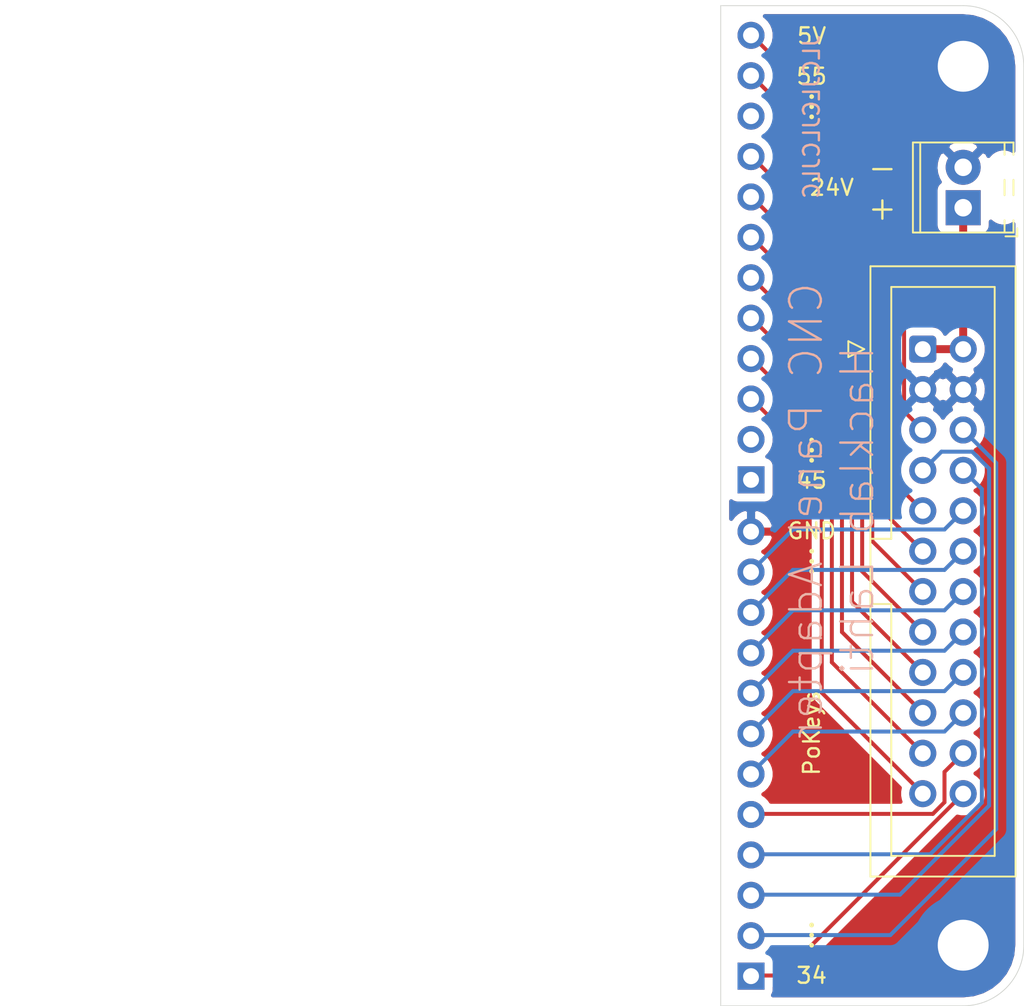
<source format=kicad_pcb>
(kicad_pcb (version 20171130) (host pcbnew 5.1.6)

  (general
    (thickness 1.6)
    (drawings 29)
    (tracks 67)
    (zones 0)
    (modules 7)
    (nets 26)
  )

  (page A4)
  (layers
    (0 F.Cu signal)
    (31 B.Cu signal)
    (32 B.Adhes user)
    (33 F.Adhes user)
    (34 B.Paste user)
    (35 F.Paste user)
    (36 B.SilkS user)
    (37 F.SilkS user)
    (38 B.Mask user)
    (39 F.Mask user)
    (40 Dwgs.User user)
    (41 Cmts.User user)
    (42 Eco1.User user)
    (43 Eco2.User user)
    (44 Edge.Cuts user)
    (45 Margin user)
    (46 B.CrtYd user)
    (47 F.CrtYd user)
    (48 B.Fab user hide)
    (49 F.Fab user)
  )

  (setup
    (last_trace_width 0.25)
    (user_trace_width 0.5)
    (trace_clearance 0.2)
    (zone_clearance 0.508)
    (zone_45_only no)
    (trace_min 0.2)
    (via_size 0.8)
    (via_drill 0.4)
    (via_min_size 0.4)
    (via_min_drill 0.3)
    (uvia_size 0.3)
    (uvia_drill 0.1)
    (uvias_allowed no)
    (uvia_min_size 0.2)
    (uvia_min_drill 0.1)
    (edge_width 0.05)
    (segment_width 0.2)
    (pcb_text_width 0.3)
    (pcb_text_size 1.5 1.5)
    (mod_edge_width 0.12)
    (mod_text_size 1 1)
    (mod_text_width 0.15)
    (pad_size 1.1 1.1)
    (pad_drill 1.1)
    (pad_to_mask_clearance 0.05)
    (aux_axis_origin 0 0)
    (visible_elements FFFFFF7F)
    (pcbplotparams
      (layerselection 0x010fc_ffffffff)
      (usegerberextensions false)
      (usegerberattributes true)
      (usegerberadvancedattributes true)
      (creategerberjobfile true)
      (excludeedgelayer true)
      (linewidth 0.100000)
      (plotframeref false)
      (viasonmask false)
      (mode 1)
      (useauxorigin false)
      (hpglpennumber 1)
      (hpglpenspeed 20)
      (hpglpendiameter 15.000000)
      (psnegative false)
      (psa4output false)
      (plotreference true)
      (plotvalue true)
      (plotinvisibletext false)
      (padsonsilk false)
      (subtractmaskfromsilk false)
      (outputformat 1)
      (mirror false)
      (drillshape 1)
      (scaleselection 1)
      (outputdirectory ""))
  )

  (net 0 "")
  (net 1 /R8)
  (net 2 /R7)
  (net 3 /R6)
  (net 4 /R5)
  (net 5 /R4)
  (net 6 /R3)
  (net 7 /R2)
  (net 8 /R1)
  (net 9 +5V)
  (net 10 /C8)
  (net 11 /BusClock)
  (net 12 /BusOut)
  (net 13 /BusLatch)
  (net 14 /C7)
  (net 15 /C6)
  (net 16 /C5)
  (net 17 /C4)
  (net 18 /C3)
  (net 19 /C2)
  (net 20 /C1)
  (net 21 GND)
  (net 22 +24V)
  (net 23 "Net-(J2-Pad10)")
  (net 24 "Net-(J2-Pad2)")
  (net 25 "Net-(J2-Pad1)")

  (net_class Default "This is the default net class."
    (clearance 0.2)
    (trace_width 0.25)
    (via_dia 0.8)
    (via_drill 0.4)
    (uvia_dia 0.3)
    (uvia_drill 0.1)
    (add_net +24V)
    (add_net +5V)
    (add_net /BusClock)
    (add_net /BusLatch)
    (add_net /BusOut)
    (add_net /C1)
    (add_net /C2)
    (add_net /C3)
    (add_net /C4)
    (add_net /C5)
    (add_net /C6)
    (add_net /C7)
    (add_net /C8)
    (add_net /R1)
    (add_net /R2)
    (add_net /R3)
    (add_net /R4)
    (add_net /R5)
    (add_net /R6)
    (add_net /R7)
    (add_net /R8)
    (add_net GND)
    (add_net "Net-(J2-Pad1)")
    (add_net "Net-(J2-Pad10)")
    (add_net "Net-(J2-Pad2)")
  )

  (module Project:PinHeader_1x12_P2.54mm_Horizontal_Reversed (layer F.Cu) (tedit 5F6F70D6) (tstamp 5F705F34)
    (at 83.185 48.855 180)
    (descr "Through hole angled pin header, 1x12, 2.54mm pitch, 6mm pin length, single row")
    (tags "Through hole angled pin header THT 1x12 2.54mm single row")
    (path /5FA8E004)
    (fp_text reference J2 (at 4.385 -2.27 180) (layer F.SilkS) hide
      (effects (font (size 1 1) (thickness 0.15)))
    )
    (fp_text value PinHeader_01x12 (at 4.385 30.21 180) (layer F.Fab) hide
      (effects (font (size 1 1) (thickness 0.15)))
    )
    (fp_line (start 2.135 -1.27) (end 4.04 -1.27) (layer F.Fab) (width 0.1))
    (fp_line (start 4.04 -1.27) (end 4.04 29.21) (layer F.Fab) (width 0.1))
    (fp_line (start 4.04 29.21) (end 1.5 29.21) (layer F.Fab) (width 0.1))
    (fp_line (start 1.5 29.21) (end 1.5 -0.635) (layer F.Fab) (width 0.1))
    (fp_line (start 1.5 -0.635) (end 2.135 -1.27) (layer F.Fab) (width 0.1))
    (fp_line (start -0.32 -0.32) (end 1.5 -0.32) (layer F.Fab) (width 0.1))
    (fp_line (start -0.32 -0.32) (end -0.32 0.32) (layer F.Fab) (width 0.1))
    (fp_line (start -0.32 0.32) (end 1.5 0.32) (layer F.Fab) (width 0.1))
    (fp_line (start 4.04 -0.32) (end 10.04 -0.32) (layer F.Fab) (width 0.1))
    (fp_line (start 10.04 -0.32) (end 10.04 0.32) (layer F.Fab) (width 0.1))
    (fp_line (start 4.04 0.32) (end 10.04 0.32) (layer F.Fab) (width 0.1))
    (fp_line (start -0.32 2.22) (end 1.5 2.22) (layer F.Fab) (width 0.1))
    (fp_line (start -0.32 2.22) (end -0.32 2.86) (layer F.Fab) (width 0.1))
    (fp_line (start -0.32 2.86) (end 1.5 2.86) (layer F.Fab) (width 0.1))
    (fp_line (start 4.04 2.22) (end 10.04 2.22) (layer F.Fab) (width 0.1))
    (fp_line (start 10.04 2.22) (end 10.04 2.86) (layer F.Fab) (width 0.1))
    (fp_line (start 4.04 2.86) (end 10.04 2.86) (layer F.Fab) (width 0.1))
    (fp_line (start -0.32 4.76) (end 1.5 4.76) (layer F.Fab) (width 0.1))
    (fp_line (start -0.32 4.76) (end -0.32 5.4) (layer F.Fab) (width 0.1))
    (fp_line (start -0.32 5.4) (end 1.5 5.4) (layer F.Fab) (width 0.1))
    (fp_line (start 4.04 4.76) (end 10.04 4.76) (layer F.Fab) (width 0.1))
    (fp_line (start 10.04 4.76) (end 10.04 5.4) (layer F.Fab) (width 0.1))
    (fp_line (start 4.04 5.4) (end 10.04 5.4) (layer F.Fab) (width 0.1))
    (fp_line (start -0.32 7.3) (end 1.5 7.3) (layer F.Fab) (width 0.1))
    (fp_line (start -0.32 7.3) (end -0.32 7.94) (layer F.Fab) (width 0.1))
    (fp_line (start -0.32 7.94) (end 1.5 7.94) (layer F.Fab) (width 0.1))
    (fp_line (start 4.04 7.3) (end 10.04 7.3) (layer F.Fab) (width 0.1))
    (fp_line (start 10.04 7.3) (end 10.04 7.94) (layer F.Fab) (width 0.1))
    (fp_line (start 4.04 7.94) (end 10.04 7.94) (layer F.Fab) (width 0.1))
    (fp_line (start -0.32 9.84) (end 1.5 9.84) (layer F.Fab) (width 0.1))
    (fp_line (start -0.32 9.84) (end -0.32 10.48) (layer F.Fab) (width 0.1))
    (fp_line (start -0.32 10.48) (end 1.5 10.48) (layer F.Fab) (width 0.1))
    (fp_line (start 4.04 9.84) (end 10.04 9.84) (layer F.Fab) (width 0.1))
    (fp_line (start 10.04 9.84) (end 10.04 10.48) (layer F.Fab) (width 0.1))
    (fp_line (start 4.04 10.48) (end 10.04 10.48) (layer F.Fab) (width 0.1))
    (fp_line (start -0.32 12.38) (end 1.5 12.38) (layer F.Fab) (width 0.1))
    (fp_line (start -0.32 12.38) (end -0.32 13.02) (layer F.Fab) (width 0.1))
    (fp_line (start -0.32 13.02) (end 1.5 13.02) (layer F.Fab) (width 0.1))
    (fp_line (start 4.04 12.38) (end 10.04 12.38) (layer F.Fab) (width 0.1))
    (fp_line (start 10.04 12.38) (end 10.04 13.02) (layer F.Fab) (width 0.1))
    (fp_line (start 4.04 13.02) (end 10.04 13.02) (layer F.Fab) (width 0.1))
    (fp_line (start -0.32 14.92) (end 1.5 14.92) (layer F.Fab) (width 0.1))
    (fp_line (start -0.32 14.92) (end -0.32 15.56) (layer F.Fab) (width 0.1))
    (fp_line (start -0.32 15.56) (end 1.5 15.56) (layer F.Fab) (width 0.1))
    (fp_line (start 4.04 14.92) (end 10.04 14.92) (layer F.Fab) (width 0.1))
    (fp_line (start 10.04 14.92) (end 10.04 15.56) (layer F.Fab) (width 0.1))
    (fp_line (start 4.04 15.56) (end 10.04 15.56) (layer F.Fab) (width 0.1))
    (fp_line (start -0.32 17.46) (end 1.5 17.46) (layer F.Fab) (width 0.1))
    (fp_line (start -0.32 17.46) (end -0.32 18.1) (layer F.Fab) (width 0.1))
    (fp_line (start -0.32 18.1) (end 1.5 18.1) (layer F.Fab) (width 0.1))
    (fp_line (start 4.04 17.46) (end 10.04 17.46) (layer F.Fab) (width 0.1))
    (fp_line (start 10.04 17.46) (end 10.04 18.1) (layer F.Fab) (width 0.1))
    (fp_line (start 4.04 18.1) (end 10.04 18.1) (layer F.Fab) (width 0.1))
    (fp_line (start -0.32 20) (end 1.5 20) (layer F.Fab) (width 0.1))
    (fp_line (start -0.32 20) (end -0.32 20.64) (layer F.Fab) (width 0.1))
    (fp_line (start -0.32 20.64) (end 1.5 20.64) (layer F.Fab) (width 0.1))
    (fp_line (start 4.04 20) (end 10.04 20) (layer F.Fab) (width 0.1))
    (fp_line (start 10.04 20) (end 10.04 20.64) (layer F.Fab) (width 0.1))
    (fp_line (start 4.04 20.64) (end 10.04 20.64) (layer F.Fab) (width 0.1))
    (fp_line (start -0.32 22.54) (end 1.5 22.54) (layer F.Fab) (width 0.1))
    (fp_line (start -0.32 22.54) (end -0.32 23.18) (layer F.Fab) (width 0.1))
    (fp_line (start -0.32 23.18) (end 1.5 23.18) (layer F.Fab) (width 0.1))
    (fp_line (start 4.04 22.54) (end 10.04 22.54) (layer F.Fab) (width 0.1))
    (fp_line (start 10.04 22.54) (end 10.04 23.18) (layer F.Fab) (width 0.1))
    (fp_line (start 4.04 23.18) (end 10.04 23.18) (layer F.Fab) (width 0.1))
    (fp_line (start -0.32 25.08) (end 1.5 25.08) (layer F.Fab) (width 0.1))
    (fp_line (start -0.32 25.08) (end -0.32 25.72) (layer F.Fab) (width 0.1))
    (fp_line (start -0.32 25.72) (end 1.5 25.72) (layer F.Fab) (width 0.1))
    (fp_line (start 4.04 25.08) (end 10.04 25.08) (layer F.Fab) (width 0.1))
    (fp_line (start 10.04 25.08) (end 10.04 25.72) (layer F.Fab) (width 0.1))
    (fp_line (start 4.04 25.72) (end 10.04 25.72) (layer F.Fab) (width 0.1))
    (fp_line (start -0.32 27.62) (end 1.5 27.62) (layer F.Fab) (width 0.1))
    (fp_line (start -0.32 27.62) (end -0.32 28.26) (layer F.Fab) (width 0.1))
    (fp_line (start -0.32 28.26) (end 1.5 28.26) (layer F.Fab) (width 0.1))
    (fp_line (start 4.04 27.62) (end 10.04 27.62) (layer F.Fab) (width 0.1))
    (fp_line (start 10.04 27.62) (end 10.04 28.26) (layer F.Fab) (width 0.1))
    (fp_line (start 4.04 28.26) (end 10.04 28.26) (layer F.Fab) (width 0.1))
    (fp_line (start -1.8 -1.8) (end -1.8 29.75) (layer F.CrtYd) (width 0.05))
    (fp_line (start -1.8 29.75) (end 10.55 29.75) (layer F.CrtYd) (width 0.05))
    (fp_line (start 10.55 29.75) (end 10.55 -1.8) (layer F.CrtYd) (width 0.05))
    (fp_line (start 10.55 -1.8) (end -1.8 -1.8) (layer F.CrtYd) (width 0.05))
    (fp_text user %R (at 2.77 13.97 270) (layer F.Fab)
      (effects (font (size 1 1) (thickness 0.15)))
    )
    (pad 12 thru_hole oval (at 0 27.94 180) (size 1.7 1.7) (drill 1) (layers *.Cu *.Mask)
      (net 9 +5V))
    (pad 11 thru_hole oval (at 0 25.4 180) (size 1.7 1.7) (drill 1) (layers *.Cu *.Mask)
      (net 8 /R1))
    (pad 10 thru_hole oval (at 0 22.86 180) (size 1.7 1.7) (drill 1) (layers *.Cu *.Mask)
      (net 23 "Net-(J2-Pad10)"))
    (pad 9 thru_hole oval (at 0 20.32 180) (size 1.7 1.7) (drill 1) (layers *.Cu *.Mask)
      (net 7 /R2))
    (pad 8 thru_hole oval (at 0 17.78 180) (size 1.7 1.7) (drill 1) (layers *.Cu *.Mask)
      (net 6 /R3))
    (pad 7 thru_hole oval (at 0 15.24 180) (size 1.7 1.7) (drill 1) (layers *.Cu *.Mask)
      (net 5 /R4))
    (pad 6 thru_hole oval (at 0 12.7 180) (size 1.7 1.7) (drill 1) (layers *.Cu *.Mask)
      (net 4 /R5))
    (pad 5 thru_hole oval (at 0 10.16 180) (size 1.7 1.7) (drill 1) (layers *.Cu *.Mask)
      (net 3 /R6))
    (pad 4 thru_hole oval (at 0 7.62 180) (size 1.7 1.7) (drill 1) (layers *.Cu *.Mask)
      (net 2 /R7))
    (pad 3 thru_hole oval (at 0 5.08 180) (size 1.7 1.7) (drill 1) (layers *.Cu *.Mask)
      (net 1 /R8))
    (pad 2 thru_hole oval (at 0 2.54 180) (size 1.7 1.7) (drill 1) (layers *.Cu *.Mask)
      (net 24 "Net-(J2-Pad2)"))
    (pad 1 thru_hole rect (at 0 0 180) (size 1.7 1.7) (drill 1) (layers *.Cu *.Mask)
      (net 25 "Net-(J2-Pad1)"))
    (model ${KISYS3DMOD}/Connector_PinHeader_2.54mm.3dshapes/PinHeader_1x12_P2.54mm_Horizontal.wrl
      (offset (xyz 1.25 -27.9 4))
      (scale (xyz 1 1 1))
      (rotate (xyz 0 -90 180))
    )
  )

  (module Project:PinHeader_1x12_P2.54mm_Horizontal_Reversed (layer F.Cu) (tedit 5F6F70D6) (tstamp 5F70A3E6)
    (at 83.185 80.05 180)
    (descr "Through hole angled pin header, 1x12, 2.54mm pitch, 6mm pin length, single row")
    (tags "Through hole angled pin header THT 1x12 2.54mm single row")
    (path /5FA8E5DD)
    (fp_text reference J3 (at 4.385 -2.27) (layer F.SilkS) hide
      (effects (font (size 1 1) (thickness 0.15)))
    )
    (fp_text value PinHeader_01x12 (at 4.385 30.21) (layer F.Fab) hide
      (effects (font (size 1 1) (thickness 0.15)))
    )
    (fp_line (start 10.55 -1.8) (end -1.8 -1.8) (layer F.CrtYd) (width 0.05))
    (fp_line (start 10.55 29.75) (end 10.55 -1.8) (layer F.CrtYd) (width 0.05))
    (fp_line (start -1.8 29.75) (end 10.55 29.75) (layer F.CrtYd) (width 0.05))
    (fp_line (start -1.8 -1.8) (end -1.8 29.75) (layer F.CrtYd) (width 0.05))
    (fp_line (start 4.04 28.26) (end 10.04 28.26) (layer F.Fab) (width 0.1))
    (fp_line (start 10.04 27.62) (end 10.04 28.26) (layer F.Fab) (width 0.1))
    (fp_line (start 4.04 27.62) (end 10.04 27.62) (layer F.Fab) (width 0.1))
    (fp_line (start -0.32 28.26) (end 1.5 28.26) (layer F.Fab) (width 0.1))
    (fp_line (start -0.32 27.62) (end -0.32 28.26) (layer F.Fab) (width 0.1))
    (fp_line (start -0.32 27.62) (end 1.5 27.62) (layer F.Fab) (width 0.1))
    (fp_line (start 4.04 25.72) (end 10.04 25.72) (layer F.Fab) (width 0.1))
    (fp_line (start 10.04 25.08) (end 10.04 25.72) (layer F.Fab) (width 0.1))
    (fp_line (start 4.04 25.08) (end 10.04 25.08) (layer F.Fab) (width 0.1))
    (fp_line (start -0.32 25.72) (end 1.5 25.72) (layer F.Fab) (width 0.1))
    (fp_line (start -0.32 25.08) (end -0.32 25.72) (layer F.Fab) (width 0.1))
    (fp_line (start -0.32 25.08) (end 1.5 25.08) (layer F.Fab) (width 0.1))
    (fp_line (start 4.04 23.18) (end 10.04 23.18) (layer F.Fab) (width 0.1))
    (fp_line (start 10.04 22.54) (end 10.04 23.18) (layer F.Fab) (width 0.1))
    (fp_line (start 4.04 22.54) (end 10.04 22.54) (layer F.Fab) (width 0.1))
    (fp_line (start -0.32 23.18) (end 1.5 23.18) (layer F.Fab) (width 0.1))
    (fp_line (start -0.32 22.54) (end -0.32 23.18) (layer F.Fab) (width 0.1))
    (fp_line (start -0.32 22.54) (end 1.5 22.54) (layer F.Fab) (width 0.1))
    (fp_line (start 4.04 20.64) (end 10.04 20.64) (layer F.Fab) (width 0.1))
    (fp_line (start 10.04 20) (end 10.04 20.64) (layer F.Fab) (width 0.1))
    (fp_line (start 4.04 20) (end 10.04 20) (layer F.Fab) (width 0.1))
    (fp_line (start -0.32 20.64) (end 1.5 20.64) (layer F.Fab) (width 0.1))
    (fp_line (start -0.32 20) (end -0.32 20.64) (layer F.Fab) (width 0.1))
    (fp_line (start -0.32 20) (end 1.5 20) (layer F.Fab) (width 0.1))
    (fp_line (start 4.04 18.1) (end 10.04 18.1) (layer F.Fab) (width 0.1))
    (fp_line (start 10.04 17.46) (end 10.04 18.1) (layer F.Fab) (width 0.1))
    (fp_line (start 4.04 17.46) (end 10.04 17.46) (layer F.Fab) (width 0.1))
    (fp_line (start -0.32 18.1) (end 1.5 18.1) (layer F.Fab) (width 0.1))
    (fp_line (start -0.32 17.46) (end -0.32 18.1) (layer F.Fab) (width 0.1))
    (fp_line (start -0.32 17.46) (end 1.5 17.46) (layer F.Fab) (width 0.1))
    (fp_line (start 4.04 15.56) (end 10.04 15.56) (layer F.Fab) (width 0.1))
    (fp_line (start 10.04 14.92) (end 10.04 15.56) (layer F.Fab) (width 0.1))
    (fp_line (start 4.04 14.92) (end 10.04 14.92) (layer F.Fab) (width 0.1))
    (fp_line (start -0.32 15.56) (end 1.5 15.56) (layer F.Fab) (width 0.1))
    (fp_line (start -0.32 14.92) (end -0.32 15.56) (layer F.Fab) (width 0.1))
    (fp_line (start -0.32 14.92) (end 1.5 14.92) (layer F.Fab) (width 0.1))
    (fp_line (start 4.04 13.02) (end 10.04 13.02) (layer F.Fab) (width 0.1))
    (fp_line (start 10.04 12.38) (end 10.04 13.02) (layer F.Fab) (width 0.1))
    (fp_line (start 4.04 12.38) (end 10.04 12.38) (layer F.Fab) (width 0.1))
    (fp_line (start -0.32 13.02) (end 1.5 13.02) (layer F.Fab) (width 0.1))
    (fp_line (start -0.32 12.38) (end -0.32 13.02) (layer F.Fab) (width 0.1))
    (fp_line (start -0.32 12.38) (end 1.5 12.38) (layer F.Fab) (width 0.1))
    (fp_line (start 4.04 10.48) (end 10.04 10.48) (layer F.Fab) (width 0.1))
    (fp_line (start 10.04 9.84) (end 10.04 10.48) (layer F.Fab) (width 0.1))
    (fp_line (start 4.04 9.84) (end 10.04 9.84) (layer F.Fab) (width 0.1))
    (fp_line (start -0.32 10.48) (end 1.5 10.48) (layer F.Fab) (width 0.1))
    (fp_line (start -0.32 9.84) (end -0.32 10.48) (layer F.Fab) (width 0.1))
    (fp_line (start -0.32 9.84) (end 1.5 9.84) (layer F.Fab) (width 0.1))
    (fp_line (start 4.04 7.94) (end 10.04 7.94) (layer F.Fab) (width 0.1))
    (fp_line (start 10.04 7.3) (end 10.04 7.94) (layer F.Fab) (width 0.1))
    (fp_line (start 4.04 7.3) (end 10.04 7.3) (layer F.Fab) (width 0.1))
    (fp_line (start -0.32 7.94) (end 1.5 7.94) (layer F.Fab) (width 0.1))
    (fp_line (start -0.32 7.3) (end -0.32 7.94) (layer F.Fab) (width 0.1))
    (fp_line (start -0.32 7.3) (end 1.5 7.3) (layer F.Fab) (width 0.1))
    (fp_line (start 4.04 5.4) (end 10.04 5.4) (layer F.Fab) (width 0.1))
    (fp_line (start 10.04 4.76) (end 10.04 5.4) (layer F.Fab) (width 0.1))
    (fp_line (start 4.04 4.76) (end 10.04 4.76) (layer F.Fab) (width 0.1))
    (fp_line (start -0.32 5.4) (end 1.5 5.4) (layer F.Fab) (width 0.1))
    (fp_line (start -0.32 4.76) (end -0.32 5.4) (layer F.Fab) (width 0.1))
    (fp_line (start -0.32 4.76) (end 1.5 4.76) (layer F.Fab) (width 0.1))
    (fp_line (start 4.04 2.86) (end 10.04 2.86) (layer F.Fab) (width 0.1))
    (fp_line (start 10.04 2.22) (end 10.04 2.86) (layer F.Fab) (width 0.1))
    (fp_line (start 4.04 2.22) (end 10.04 2.22) (layer F.Fab) (width 0.1))
    (fp_line (start -0.32 2.86) (end 1.5 2.86) (layer F.Fab) (width 0.1))
    (fp_line (start -0.32 2.22) (end -0.32 2.86) (layer F.Fab) (width 0.1))
    (fp_line (start -0.32 2.22) (end 1.5 2.22) (layer F.Fab) (width 0.1))
    (fp_line (start 4.04 0.32) (end 10.04 0.32) (layer F.Fab) (width 0.1))
    (fp_line (start 10.04 -0.32) (end 10.04 0.32) (layer F.Fab) (width 0.1))
    (fp_line (start 4.04 -0.32) (end 10.04 -0.32) (layer F.Fab) (width 0.1))
    (fp_line (start -0.32 0.32) (end 1.5 0.32) (layer F.Fab) (width 0.1))
    (fp_line (start -0.32 -0.32) (end -0.32 0.32) (layer F.Fab) (width 0.1))
    (fp_line (start -0.32 -0.32) (end 1.5 -0.32) (layer F.Fab) (width 0.1))
    (fp_line (start 1.5 -0.635) (end 2.135 -1.27) (layer F.Fab) (width 0.1))
    (fp_line (start 1.5 29.21) (end 1.5 -0.635) (layer F.Fab) (width 0.1))
    (fp_line (start 4.04 29.21) (end 1.5 29.21) (layer F.Fab) (width 0.1))
    (fp_line (start 4.04 -1.27) (end 4.04 29.21) (layer F.Fab) (width 0.1))
    (fp_line (start 2.135 -1.27) (end 4.04 -1.27) (layer F.Fab) (width 0.1))
    (fp_text user %R (at 2.77 13.97 90) (layer F.Fab)
      (effects (font (size 1 1) (thickness 0.15)))
    )
    (pad 1 thru_hole rect (at 0 0 180) (size 1.7 1.7) (drill 1) (layers *.Cu *.Mask)
      (net 10 /C8))
    (pad 2 thru_hole oval (at 0 2.54 180) (size 1.7 1.7) (drill 1) (layers *.Cu *.Mask)
      (net 11 /BusClock))
    (pad 3 thru_hole oval (at 0 5.08 180) (size 1.7 1.7) (drill 1) (layers *.Cu *.Mask)
      (net 12 /BusOut))
    (pad 4 thru_hole oval (at 0 7.62 180) (size 1.7 1.7) (drill 1) (layers *.Cu *.Mask)
      (net 13 /BusLatch))
    (pad 5 thru_hole oval (at 0 10.16 180) (size 1.7 1.7) (drill 1) (layers *.Cu *.Mask)
      (net 14 /C7))
    (pad 6 thru_hole oval (at 0 12.7 180) (size 1.7 1.7) (drill 1) (layers *.Cu *.Mask)
      (net 15 /C6))
    (pad 7 thru_hole oval (at 0 15.24 180) (size 1.7 1.7) (drill 1) (layers *.Cu *.Mask)
      (net 16 /C5))
    (pad 8 thru_hole oval (at 0 17.78 180) (size 1.7 1.7) (drill 1) (layers *.Cu *.Mask)
      (net 17 /C4))
    (pad 9 thru_hole oval (at 0 20.32 180) (size 1.7 1.7) (drill 1) (layers *.Cu *.Mask)
      (net 18 /C3))
    (pad 10 thru_hole oval (at 0 22.86 180) (size 1.7 1.7) (drill 1) (layers *.Cu *.Mask)
      (net 19 /C2))
    (pad 11 thru_hole oval (at 0 25.4 180) (size 1.7 1.7) (drill 1) (layers *.Cu *.Mask)
      (net 20 /C1))
    (pad 12 thru_hole oval (at 0 27.94 180) (size 1.7 1.7) (drill 1) (layers *.Cu *.Mask)
      (net 21 GND))
    (model ${KISYS3DMOD}/Connector_PinHeader_2.54mm.3dshapes/PinHeader_1x12_P2.54mm_Horizontal.wrl
      (offset (xyz 1.25 -27.9 4))
      (scale (xyz 1 1 1))
      (rotate (xyz 0 -90 180))
    )
  )

  (module MountingHole:MountingHole_3.2mm_M3_Pad (layer F.Cu) (tedit 5F6F71BF) (tstamp 5F6FF9E5)
    (at 96.52 78.105)
    (descr "Mounting Hole 3.2mm, M3")
    (tags "mounting hole 3.2mm m3")
    (path /5F72E451)
    (attr virtual)
    (fp_text reference J6 (at 0 -4.2) (layer F.SilkS) hide
      (effects (font (size 1 1) (thickness 0.15)))
    )
    (fp_text value "Mounting hole" (at 0 4.2) (layer F.Fab) hide
      (effects (font (size 1 1) (thickness 0.15)))
    )
    (fp_circle (center 0 0) (end 3.45 0) (layer F.CrtYd) (width 0.05))
    (fp_circle (center 0 0) (end 3.2 0) (layer Cmts.User) (width 0.15))
    (fp_text user %R (at 0.3 0) (layer F.Fab)
      (effects (font (size 1 1) (thickness 0.15)))
    )
    (pad 1 thru_hole circle (at 0 0) (size 6.4 6.4) (drill 3.2) (layers *.Cu *.Mask)
      (net 21 GND) (zone_connect 2))
  )

  (module MountingHole:MountingHole_3.2mm_M3_Pad (layer F.Cu) (tedit 56D1B4CB) (tstamp 5F6FF9DD)
    (at 96.52 22.86)
    (descr "Mounting Hole 3.2mm, M3")
    (tags "mounting hole 3.2mm m3")
    (path /5F72DBD5)
    (zone_connect 2)
    (attr virtual)
    (fp_text reference J5 (at 0 -4.2) (layer F.SilkS) hide
      (effects (font (size 1 1) (thickness 0.15)))
    )
    (fp_text value "Mounting hole" (at 0 4.2) (layer F.Fab) hide
      (effects (font (size 1 1) (thickness 0.15)))
    )
    (fp_circle (center 0 0) (end 3.45 0) (layer F.CrtYd) (width 0.05))
    (fp_circle (center 0 0) (end 3.2 0) (layer Cmts.User) (width 0.15))
    (fp_text user %R (at 0.3 0) (layer F.Fab)
      (effects (font (size 1 1) (thickness 0.15)))
    )
    (pad 1 thru_hole circle (at 0 0) (size 6.4 6.4) (drill 3.2) (layers *.Cu *.Mask)
      (net 21 GND) (zone_connect 2))
  )

  (module Project:TerminalBlock_Phoenix_MPT-0,5-2-2.54_1x02_P2.54mm_Horizontal (layer F.Cu) (tedit 5F6F5A8E) (tstamp 5F6FFA6F)
    (at 96.52 31.75 90)
    (descr "Terminal Block Phoenix MPT-0,5-2-2.54, 2 pins, pitch 2.54mm, size 5.54x6.2mm^2, drill diamater 1.1mm, pad diameter 2.2mm, see http://www.mouser.com/ds/2/324/ItemDetail_1725656-920552.pdf, script-generated using https://github.com/pointhi/kicad-footprint-generator/scripts/TerminalBlock_Phoenix")
    (tags "THT Terminal Block Phoenix MPT-0,5-2-2.54 pitch 2.54mm size 5.54x6.2mm^2 drill 1.1mm pad 2.2mm")
    (path /5FA900AA)
    (fp_text reference J4 (at 1.27 -4.16 90) (layer F.SilkS) hide
      (effects (font (size 1 1) (thickness 0.15)))
    )
    (fp_text value Screw_Terminal_01x02 (at 1.27 4.16 90) (layer F.Fab) hide
      (effects (font (size 1 1) (thickness 0.15)))
    )
    (fp_line (start 4.54 -3.6) (end -2 -3.6) (layer F.CrtYd) (width 0.05))
    (fp_line (start 4.54 3.6) (end 4.54 -3.6) (layer F.CrtYd) (width 0.05))
    (fp_line (start -2 3.6) (end 4.54 3.6) (layer F.CrtYd) (width 0.05))
    (fp_line (start -2 -3.6) (end -2 3.6) (layer F.CrtYd) (width 0.05))
    (fp_line (start -1.8 3.4) (end -1.3 3.4) (layer F.SilkS) (width 0.12))
    (fp_line (start -1.8 2.66) (end -1.8 3.4) (layer F.SilkS) (width 0.12))
    (fp_line (start 3.241 -0.835) (end 1.706 0.7) (layer F.Fab) (width 0.1))
    (fp_line (start 3.375 -0.7) (end 1.84 0.835) (layer F.Fab) (width 0.1))
    (fp_line (start 0.701 -0.835) (end -0.835 0.7) (layer F.Fab) (width 0.1))
    (fp_line (start 0.835 -0.7) (end -0.701 0.835) (layer F.Fab) (width 0.1))
    (fp_line (start 4.1 -3.16) (end 4.1 3.16) (layer F.SilkS) (width 0.12))
    (fp_line (start -1.56 -3.16) (end -1.56 3.16) (layer F.SilkS) (width 0.12))
    (fp_line (start 3.33 3.16) (end 4.1 3.16) (layer F.SilkS) (width 0.12))
    (fp_line (start 0.79 3.16) (end 1.75 3.16) (layer F.SilkS) (width 0.12))
    (fp_line (start -1.56 3.16) (end -0.79 3.16) (layer F.SilkS) (width 0.12))
    (fp_line (start -1.56 -3.16) (end 4.1 -3.16) (layer F.SilkS) (width 0.12))
    (fp_line (start -1.56 -2.7) (end 4.1 -2.7) (layer F.SilkS) (width 0.12))
    (fp_line (start -1.5 -2.7) (end 4.04 -2.7) (layer F.Fab) (width 0.1))
    (fp_line (start 3.33 2.6) (end 4.1 2.6) (layer F.SilkS) (width 0.12))
    (fp_line (start 0.79 2.6) (end 1.75 2.6) (layer F.SilkS) (width 0.12))
    (fp_line (start -1.56 2.6) (end -0.79 2.6) (layer F.SilkS) (width 0.12))
    (fp_line (start -1.5 2.6) (end 4.04 2.6) (layer F.Fab) (width 0.1))
    (fp_line (start -1.5 2.6) (end -1.5 -3.1) (layer F.Fab) (width 0.1))
    (fp_line (start -1 3.1) (end -1.5 2.6) (layer F.Fab) (width 0.1))
    (fp_line (start 4.04 3.1) (end -1 3.1) (layer F.Fab) (width 0.1))
    (fp_line (start 4.04 -3.1) (end 4.04 3.1) (layer F.Fab) (width 0.1))
    (fp_line (start -1.5 -3.1) (end 4.04 -3.1) (layer F.Fab) (width 0.1))
    (fp_circle (center 2.54 0) (end 3.64 0) (layer F.Fab) (width 0.1))
    (fp_circle (center 0 0) (end 1.1 0) (layer F.Fab) (width 0.1))
    (fp_text user %R (at 1.27 2 90) (layer F.Fab)
      (effects (font (size 1 1) (thickness 0.15)))
    )
    (pad "" np_thru_hole circle (at 2.54 2.54 90) (size 1.1 1.1) (drill 1.1) (layers *.Cu *.Mask))
    (pad 2 thru_hole circle (at 2.54 0 90) (size 2.2 2.2) (drill 1.1) (layers *.Cu *.Mask)
      (net 21 GND))
    (pad "" np_thru_hole circle (at 0 2.54 90) (size 1.1 1.1) (drill 1.1) (layers *.Cu *.Mask))
    (pad 1 thru_hole rect (at 0 0 90) (size 2.2 2.2) (drill 1.1) (layers *.Cu *.Mask)
      (net 22 +24V))
    (model ${KIPRJMOD}/../lib/Phoenix_1725656.stp
      (offset (xyz 4.05 -3.1 0))
      (scale (xyz 1 1 1))
      (rotate (xyz -90 0 -90))
    )
  )

  (module Project:IDC-Header_2x12_P2.54mm_Vertical_2 (layer F.Cu) (tedit 5F6F5241) (tstamp 5F70A72D)
    (at 93.98 40.64)
    (descr "Through hole IDC box header, 2x12, 2.54mm pitch, DIN 41651 / IEC 60603-13, double rows, https://docs.google.com/spreadsheets/d/16SsEcesNF15N3Lb4niX7dcUr-NY5_MFPQhobNuNppn4/edit#gid=0")
    (tags "Through hole vertical IDC box header THT 2x12 2.54mm double row")
    (path /5F6FEB82)
    (fp_text reference J1 (at 1.27 -6.1) (layer F.SilkS) hide
      (effects (font (size 1 1) (thickness 0.15)))
    )
    (fp_text value Bus (at 1.27 34.04) (layer F.Fab)
      (effects (font (size 1 1) (thickness 0.15)))
    )
    (fp_line (start -3.18 -4.1) (end -2.18 -5.1) (layer F.Fab) (width 0.1))
    (fp_line (start -2.18 -5.1) (end 5.72 -5.1) (layer F.Fab) (width 0.1))
    (fp_line (start 5.72 -5.1) (end 5.72 33.04) (layer F.Fab) (width 0.1))
    (fp_line (start 5.72 33.04) (end -3.18 33.04) (layer F.Fab) (width 0.1))
    (fp_line (start -3.18 33.04) (end -3.18 -4.1) (layer F.Fab) (width 0.1))
    (fp_line (start -3.18 11.92) (end -1.98 11.92) (layer F.Fab) (width 0.1))
    (fp_line (start -1.98 11.92) (end -1.98 -3.91) (layer F.Fab) (width 0.1))
    (fp_line (start -1.98 -3.91) (end 4.52 -3.91) (layer F.Fab) (width 0.1))
    (fp_line (start 4.52 -3.91) (end 4.52 31.85) (layer F.Fab) (width 0.1))
    (fp_line (start 4.52 31.85) (end -1.98 31.85) (layer F.Fab) (width 0.1))
    (fp_line (start -1.98 31.85) (end -1.98 16.02) (layer F.Fab) (width 0.1))
    (fp_line (start -1.98 16.02) (end -1.98 16.02) (layer F.Fab) (width 0.1))
    (fp_line (start -1.98 16.02) (end -3.18 16.02) (layer F.Fab) (width 0.1))
    (fp_line (start -3.29 -5.21) (end 5.83 -5.21) (layer F.SilkS) (width 0.12))
    (fp_line (start 5.83 -5.21) (end 5.83 33.15) (layer F.SilkS) (width 0.12))
    (fp_line (start 5.83 33.15) (end -3.29 33.15) (layer F.SilkS) (width 0.12))
    (fp_line (start -3.29 33.15) (end -3.29 -5.21) (layer F.SilkS) (width 0.12))
    (fp_line (start -3.29 11.92) (end -1.98 11.92) (layer F.SilkS) (width 0.12))
    (fp_line (start -1.98 11.92) (end -1.98 -3.91) (layer F.SilkS) (width 0.12))
    (fp_line (start -1.98 -3.91) (end 4.52 -3.91) (layer F.SilkS) (width 0.12))
    (fp_line (start 4.52 -3.91) (end 4.52 31.85) (layer F.SilkS) (width 0.12))
    (fp_line (start 4.52 31.85) (end -1.98 31.85) (layer F.SilkS) (width 0.12))
    (fp_line (start -1.98 31.85) (end -1.98 16.02) (layer F.SilkS) (width 0.12))
    (fp_line (start -1.98 16.02) (end -1.98 16.02) (layer F.SilkS) (width 0.12))
    (fp_line (start -1.98 16.02) (end -3.29 16.02) (layer F.SilkS) (width 0.12))
    (fp_line (start -3.68 0) (end -4.68 -0.5) (layer F.SilkS) (width 0.12))
    (fp_line (start -4.68 -0.5) (end -4.68 0.5) (layer F.SilkS) (width 0.12))
    (fp_line (start -4.68 0.5) (end -3.68 0) (layer F.SilkS) (width 0.12))
    (fp_line (start -3.68 -5.6) (end -3.68 33.54) (layer F.CrtYd) (width 0.05))
    (fp_line (start -3.68 33.54) (end 6.22 33.54) (layer F.CrtYd) (width 0.05))
    (fp_line (start 6.22 33.54) (end 6.22 -5.6) (layer F.CrtYd) (width 0.05))
    (fp_line (start 6.22 -5.6) (end -3.68 -5.6) (layer F.CrtYd) (width 0.05))
    (fp_text user %R (at 1.27 13.97 90) (layer F.Fab)
      (effects (font (size 1 1) (thickness 0.15)))
    )
    (pad 24 thru_hole circle (at 2.54 27.94) (size 1.7 1.7) (drill 1) (layers *.Cu *.Mask)
      (net 10 /C8))
    (pad 22 thru_hole circle (at 2.54 25.4) (size 1.7 1.7) (drill 1) (layers *.Cu *.Mask)
      (net 14 /C7))
    (pad 20 thru_hole circle (at 2.54 22.86) (size 1.7 1.7) (drill 1) (layers *.Cu *.Mask)
      (net 15 /C6))
    (pad 18 thru_hole circle (at 2.54 20.32) (size 1.7 1.7) (drill 1) (layers *.Cu *.Mask)
      (net 16 /C5))
    (pad 16 thru_hole circle (at 2.54 17.78) (size 1.7 1.7) (drill 1) (layers *.Cu *.Mask)
      (net 17 /C4))
    (pad 14 thru_hole circle (at 2.54 15.24) (size 1.7 1.7) (drill 1) (layers *.Cu *.Mask)
      (net 18 /C3))
    (pad 12 thru_hole circle (at 2.54 12.7) (size 1.7 1.7) (drill 1) (layers *.Cu *.Mask)
      (net 19 /C2))
    (pad 10 thru_hole circle (at 2.54 10.16) (size 1.7 1.7) (drill 1) (layers *.Cu *.Mask)
      (net 20 /C1))
    (pad 8 thru_hole circle (at 2.54 7.62) (size 1.7 1.7) (drill 1) (layers *.Cu *.Mask)
      (net 13 /BusLatch))
    (pad 6 thru_hole circle (at 2.54 5.08) (size 1.7 1.7) (drill 1) (layers *.Cu *.Mask)
      (net 11 /BusClock))
    (pad 4 thru_hole circle (at 2.54 2.54) (size 1.7 1.7) (drill 1) (layers *.Cu *.Mask)
      (net 21 GND))
    (pad 2 thru_hole circle (at 2.54 0) (size 1.7 1.7) (drill 1) (layers *.Cu *.Mask)
      (net 22 +24V))
    (pad 23 thru_hole circle (at 0 27.94) (size 1.7 1.7) (drill 1) (layers *.Cu *.Mask)
      (net 1 /R8))
    (pad 21 thru_hole circle (at 0 25.4) (size 1.7 1.7) (drill 1) (layers *.Cu *.Mask)
      (net 2 /R7))
    (pad 19 thru_hole circle (at 0 22.86) (size 1.7 1.7) (drill 1) (layers *.Cu *.Mask)
      (net 3 /R6))
    (pad 17 thru_hole circle (at 0 20.32) (size 1.7 1.7) (drill 1) (layers *.Cu *.Mask)
      (net 4 /R5))
    (pad 15 thru_hole circle (at 0 17.78) (size 1.7 1.7) (drill 1) (layers *.Cu *.Mask)
      (net 5 /R4))
    (pad 13 thru_hole circle (at 0 15.24) (size 1.7 1.7) (drill 1) (layers *.Cu *.Mask)
      (net 6 /R3))
    (pad 11 thru_hole circle (at 0 12.7) (size 1.7 1.7) (drill 1) (layers *.Cu *.Mask)
      (net 7 /R2))
    (pad 9 thru_hole circle (at 0 10.16) (size 1.7 1.7) (drill 1) (layers *.Cu *.Mask)
      (net 8 /R1))
    (pad 7 thru_hole circle (at 0 7.62) (size 1.7 1.7) (drill 1) (layers *.Cu *.Mask)
      (net 12 /BusOut))
    (pad 5 thru_hole circle (at 0 5.08) (size 1.7 1.7) (drill 1) (layers *.Cu *.Mask)
      (net 9 +5V))
    (pad 3 thru_hole circle (at 0 2.54) (size 1.7 1.7) (drill 1) (layers *.Cu *.Mask)
      (net 21 GND))
    (pad 1 thru_hole roundrect (at 0 0) (size 1.7 1.7) (drill 1) (layers *.Cu *.Mask) (roundrect_rratio 0.147059)
      (net 22 +24V))
    (model ${KIPRJMOD}/../lib/Shrouded_Header_24.stp
      (offset (xyz 1.27 -13.98 0))
      (scale (xyz 1 1 1))
      (rotate (xyz 0 0 90))
    )
  )

  (module Project:Pokeys56U (layer F.Cu) (tedit 5F6F546C) (tstamp 5F6FE227)
    (at 58.039 50.754)
    (fp_text reference REF** (at 0 2) (layer F.SilkS) hide
      (effects (font (size 1 1) (thickness 0.15)))
    )
    (fp_text value Pokeys56U (at 0 -2) (layer F.Fab)
      (effects (font (size 1 1) (thickness 0.15)))
    )
    (fp_line (start -22 31) (end -22 -32) (layer F.Fab) (width 0.12))
    (fp_line (start 23 31) (end -22 31) (layer F.Fab) (width 0.12))
    (fp_line (start 23 -32) (end 23 31) (layer F.Fab) (width 0.12))
    (fp_line (start -22 -32) (end 23 -32) (layer F.Fab) (width 0.12))
    (model ${KIPRJMOD}/../lib/PoKeys56U.stp
      (offset (xyz -22 31.5 0))
      (scale (xyz 1 1 1))
      (rotate (xyz 0 0 90))
    )
  )

  (gr_text "CNC Panel Adapter\nHacklab Lahti" (at 88.265 50.8 90) (layer B.SilkS)
    (effects (font (size 2 2) (thickness 0.15)) (justify mirror))
  )
  (gr_text JLCJLCJLCJLC (at 86.995 26.035 90) (layer B.SilkS)
    (effects (font (size 1 1) (thickness 0.15)) (justify mirror))
  )
  (gr_text 24V (at 88.265 30.48) (layer F.SilkS) (tstamp 5F70289F)
    (effects (font (size 1 1) (thickness 0.15)))
  )
  (gr_text "+\n" (at 91.44 31.75) (layer F.SilkS) (tstamp 5F70289F)
    (effects (font (size 1.5 1.5) (thickness 0.15)))
  )
  (gr_text - (at 91.44 29.21) (layer F.SilkS) (tstamp 5F70289F)
    (effects (font (size 1.5 1.5) (thickness 0.15)))
  )
  (gr_text 45 (at 86.995 48.895) (layer F.SilkS) (tstamp 5F702447)
    (effects (font (size 1 1) (thickness 0.15)))
  )
  (gr_circle (center 86.995 53.975) (end 86.995 53.975) (layer F.SilkS) (width 0.15) (tstamp 5F702372))
  (gr_circle (center 86.995 53.34) (end 86.995 53.34) (layer F.SilkS) (width 0.15) (tstamp 5F702371))
  (gr_circle (center 86.995 54.61) (end 86.995 54.61) (layer F.SilkS) (width 0.15) (tstamp 5F702370))
  (gr_circle (center 86.995 46.99) (end 86.995 46.99) (layer F.SilkS) (width 0.15) (tstamp 5F702372))
  (gr_circle (center 86.995 46.355) (end 86.995 46.355) (layer F.SilkS) (width 0.15) (tstamp 5F702371))
  (gr_circle (center 86.995 47.625) (end 86.995 47.625) (layer F.SilkS) (width 0.15) (tstamp 5F702370))
  (gr_text GND (at 86.995 52.07) (layer F.SilkS) (tstamp 5F702299)
    (effects (font (size 1 1) (thickness 0.15)))
  )
  (gr_text PoKeys (at 86.995 64.77 90) (layer F.SilkS) (tstamp 5F7021CA)
    (effects (font (size 1 1) (thickness 0.15)))
  )
  (gr_circle (center 86.995 76.835) (end 86.995 76.835) (layer F.SilkS) (width 0.15) (tstamp 5F70B37D))
  (gr_circle (center 86.995 77.47) (end 86.995 77.47) (layer F.SilkS) (width 0.15) (tstamp 5F70B37A))
  (gr_circle (center 86.995 78.105) (end 86.995 78.105) (layer F.SilkS) (width 0.15) (tstamp 5F70B377))
  (gr_circle (center 86.995 26.035) (end 86.995 26.035) (layer F.SilkS) (width 0.15) (tstamp 5F702030))
  (gr_circle (center 86.995 25.4) (end 86.995 25.4) (layer F.SilkS) (width 0.15) (tstamp 5F702030))
  (gr_circle (center 86.995 24.765) (end 86.995 24.765) (layer F.SilkS) (width 0.15))
  (gr_text 34 (at 86.995 80.01) (layer F.SilkS) (tstamp 5F702023)
    (effects (font (size 1 1) (thickness 0.15)))
  )
  (gr_text 55 (at 86.995 23.495) (layer F.SilkS) (tstamp 5F702023)
    (effects (font (size 1 1) (thickness 0.15)))
  )
  (gr_text 5V (at 86.995 20.955) (layer F.SilkS)
    (effects (font (size 1 1) (thickness 0.15)))
  )
  (gr_arc (start 96.52 22.86) (end 100.33 22.86) (angle -90) (layer Edge.Cuts) (width 0.05) (tstamp 5F70176D))
  (gr_arc (start 96.52 78.105) (end 96.52 81.915) (angle -90) (layer Edge.Cuts) (width 0.05))
  (gr_line (start 96.52 81.915) (end 81.28 81.915) (layer Edge.Cuts) (width 0.05) (tstamp 5F6FD787))
  (gr_line (start 100.33 22.86) (end 100.33 78.105) (layer Edge.Cuts) (width 0.05))
  (gr_line (start 81.28 19.05) (end 96.52 19.05) (layer Edge.Cuts) (width 0.05))
  (gr_line (start 81.28 81.915) (end 81.28 19.05) (layer Edge.Cuts) (width 0.05))

  (segment (start 93.98 68.58) (end 87.63 62.23) (width 0.25) (layer F.Cu) (net 1))
  (segment (start 87.63 48.175) (end 83.185 43.73) (width 0.25) (layer F.Cu) (net 1))
  (segment (start 87.63 62.23) (end 87.63 48.175) (width 0.25) (layer F.Cu) (net 1))
  (segment (start 93.98 66.04) (end 88.265 60.325) (width 0.25) (layer F.Cu) (net 2))
  (segment (start 88.265 46.27) (end 83.185 41.19) (width 0.25) (layer F.Cu) (net 2))
  (segment (start 88.265 60.325) (end 88.265 46.27) (width 0.25) (layer F.Cu) (net 2))
  (segment (start 93.98 63.5) (end 88.9 58.42) (width 0.25) (layer F.Cu) (net 3))
  (segment (start 88.9 44.365) (end 83.185 38.65) (width 0.25) (layer F.Cu) (net 3))
  (segment (start 88.9 58.42) (end 88.9 44.365) (width 0.25) (layer F.Cu) (net 3))
  (segment (start 93.98 60.96) (end 89.535 56.515) (width 0.25) (layer F.Cu) (net 4))
  (segment (start 89.535 42.46) (end 83.185 36.11) (width 0.25) (layer F.Cu) (net 4))
  (segment (start 89.535 56.515) (end 89.535 42.46) (width 0.25) (layer F.Cu) (net 4))
  (segment (start 93.98 58.42) (end 90.17 54.61) (width 0.25) (layer F.Cu) (net 5))
  (segment (start 90.17 40.555) (end 83.185 33.57) (width 0.25) (layer F.Cu) (net 5))
  (segment (start 90.17 54.61) (end 90.17 40.555) (width 0.25) (layer F.Cu) (net 5))
  (segment (start 93.98 55.88) (end 90.805 52.705) (width 0.25) (layer F.Cu) (net 6))
  (segment (start 90.805 38.65) (end 83.185 31.03) (width 0.25) (layer F.Cu) (net 6))
  (segment (start 90.805 52.705) (end 90.805 38.65) (width 0.25) (layer F.Cu) (net 6))
  (segment (start 93.98 53.34) (end 91.44 50.8) (width 0.25) (layer F.Cu) (net 7))
  (segment (start 91.44 36.745) (end 83.185 28.49) (width 0.25) (layer F.Cu) (net 7))
  (segment (start 91.44 50.8) (end 91.44 36.745) (width 0.25) (layer F.Cu) (net 7))
  (segment (start 93.98 50.8) (end 92.075 48.895) (width 0.25) (layer F.Cu) (net 8))
  (segment (start 92.075 32.3) (end 83.185 23.41) (width 0.25) (layer F.Cu) (net 8))
  (segment (start 92.075 48.895) (end 92.075 32.3) (width 0.25) (layer F.Cu) (net 8))
  (segment (start 92.804999 30.489999) (end 83.185 20.87) (width 0.25) (layer F.Cu) (net 9))
  (segment (start 92.804999 44.544999) (end 92.804999 30.489999) (width 0.25) (layer F.Cu) (net 9))
  (segment (start 93.98 45.72) (end 92.804999 44.544999) (width 0.25) (layer F.Cu) (net 9))
  (segment (start 85.09 80.01) (end 96.52 68.58) (width 0.25) (layer F.Cu) (net 10))
  (segment (start 83.185 80.01) (end 85.09 80.01) (width 0.25) (layer F.Cu) (net 10))
  (segment (start 98.595021 47.795021) (end 96.52 45.72) (width 0.25) (layer B.Cu) (net 11))
  (segment (start 98.595021 70.812977) (end 98.595021 47.795021) (width 0.25) (layer B.Cu) (net 11))
  (segment (start 91.937998 77.47) (end 98.595021 70.812977) (width 0.25) (layer B.Cu) (net 11))
  (segment (start 83.185 77.47) (end 91.937998 77.47) (width 0.25) (layer B.Cu) (net 11))
  (segment (start 95.155001 47.084999) (end 93.98 48.26) (width 0.25) (layer B.Cu) (net 12))
  (segment (start 98.145011 48.146009) (end 97.084001 47.084999) (width 0.25) (layer B.Cu) (net 12))
  (segment (start 97.084001 47.084999) (end 95.155001 47.084999) (width 0.25) (layer B.Cu) (net 12))
  (segment (start 98.145011 69.330401) (end 98.145011 48.146009) (width 0.25) (layer B.Cu) (net 12))
  (segment (start 92.545412 74.93) (end 98.145011 69.330401) (width 0.25) (layer B.Cu) (net 12))
  (segment (start 83.185 74.93) (end 92.545412 74.93) (width 0.25) (layer B.Cu) (net 12))
  (segment (start 97.695001 49.435001) (end 96.52 48.26) (width 0.25) (layer B.Cu) (net 13))
  (segment (start 97.695001 69.144001) (end 97.695001 49.435001) (width 0.25) (layer B.Cu) (net 13))
  (segment (start 94.449002 72.39) (end 97.695001 69.144001) (width 0.25) (layer B.Cu) (net 13))
  (segment (start 83.185 72.39) (end 94.449002 72.39) (width 0.25) (layer B.Cu) (net 13))
  (segment (start 95.344999 69.118591) (end 95.344999 67.215001) (width 0.25) (layer F.Cu) (net 14))
  (segment (start 95.344999 67.215001) (end 96.52 66.04) (width 0.25) (layer F.Cu) (net 14))
  (segment (start 94.61359 69.85) (end 95.344999 69.118591) (width 0.25) (layer F.Cu) (net 14))
  (segment (start 83.185 69.85) (end 94.61359 69.85) (width 0.25) (layer F.Cu) (net 14))
  (segment (start 95.344999 64.675001) (end 96.52 63.5) (width 0.25) (layer B.Cu) (net 15))
  (segment (start 85.819999 64.675001) (end 95.344999 64.675001) (width 0.25) (layer B.Cu) (net 15))
  (segment (start 83.185 67.31) (end 85.819999 64.675001) (width 0.25) (layer B.Cu) (net 15))
  (segment (start 95.344999 62.135001) (end 96.52 60.96) (width 0.25) (layer B.Cu) (net 16))
  (segment (start 85.819999 62.135001) (end 95.344999 62.135001) (width 0.25) (layer B.Cu) (net 16))
  (segment (start 83.185 64.77) (end 85.819999 62.135001) (width 0.25) (layer B.Cu) (net 16))
  (segment (start 95.344999 59.595001) (end 96.52 58.42) (width 0.25) (layer B.Cu) (net 17))
  (segment (start 85.819999 59.595001) (end 95.344999 59.595001) (width 0.25) (layer B.Cu) (net 17))
  (segment (start 83.185 62.23) (end 85.819999 59.595001) (width 0.25) (layer B.Cu) (net 17))
  (segment (start 95.344999 57.055001) (end 96.52 55.88) (width 0.25) (layer B.Cu) (net 18))
  (segment (start 85.819999 57.055001) (end 95.344999 57.055001) (width 0.25) (layer B.Cu) (net 18))
  (segment (start 83.185 59.69) (end 85.819999 57.055001) (width 0.25) (layer B.Cu) (net 18))
  (segment (start 95.344999 54.515001) (end 96.52 53.34) (width 0.25) (layer B.Cu) (net 19))
  (segment (start 85.819999 54.515001) (end 95.344999 54.515001) (width 0.25) (layer B.Cu) (net 19))
  (segment (start 83.185 57.15) (end 85.819999 54.515001) (width 0.25) (layer B.Cu) (net 19))
  (segment (start 95.344999 51.975001) (end 96.52 50.8) (width 0.25) (layer B.Cu) (net 20))
  (segment (start 85.819999 51.975001) (end 95.344999 51.975001) (width 0.25) (layer B.Cu) (net 20))
  (segment (start 83.185 54.61) (end 85.819999 51.975001) (width 0.25) (layer B.Cu) (net 20))
  (segment (start 96.52 31.75) (end 96.52 40.64) (width 0.5) (layer F.Cu) (net 22))
  (segment (start 93.98 40.64) (end 96.52 40.64) (width 0.5) (layer F.Cu) (net 22))

  (zone (net 21) (net_name GND) (layer F.Cu) (tstamp 0) (hatch edge 0.508)
    (connect_pads (clearance 0.508))
    (min_thickness 0.254)
    (fill yes (arc_segments 32) (thermal_gap 0.508) (thermal_bridge_width 0.508))
    (polygon
      (pts
        (xy 100.33 81.915) (xy 81.28 81.915) (xy 81.28 19.05) (xy 100.33 19.05)
      )
    )
    (filled_polygon
      (pts
        (xy 98.304606 32.67045) (xy 98.498692 32.800134) (xy 98.714348 32.889461) (xy 98.943288 32.935) (xy 99.176712 32.935)
        (xy 99.405652 32.889461) (xy 99.621308 32.800134) (xy 99.67 32.767599) (xy 99.670001 78.072711) (xy 99.606904 78.716221)
        (xy 99.429394 79.304164) (xy 99.141063 79.846436) (xy 98.752906 80.322364) (xy 98.279686 80.713845) (xy 97.739449 81.00595)
        (xy 97.152756 81.187563) (xy 96.51113 81.255) (xy 84.565122 81.255) (xy 84.565537 81.254494) (xy 84.624502 81.14418)
        (xy 84.660812 81.024482) (xy 84.673072 80.9) (xy 84.673072 80.77) (xy 85.052678 80.77) (xy 85.09 80.773676)
        (xy 85.127322 80.77) (xy 85.127333 80.77) (xy 85.238986 80.759003) (xy 85.382247 80.715546) (xy 85.514276 80.644974)
        (xy 85.630001 80.550001) (xy 85.653804 80.520997) (xy 96.153592 70.02121) (xy 96.37374 70.065) (xy 96.66626 70.065)
        (xy 96.953158 70.007932) (xy 97.223411 69.89599) (xy 97.466632 69.733475) (xy 97.673475 69.526632) (xy 97.83599 69.283411)
        (xy 97.947932 69.013158) (xy 98.005 68.72626) (xy 98.005 68.43374) (xy 97.947932 68.146842) (xy 97.83599 67.876589)
        (xy 97.673475 67.633368) (xy 97.466632 67.426525) (xy 97.29224 67.31) (xy 97.466632 67.193475) (xy 97.673475 66.986632)
        (xy 97.83599 66.743411) (xy 97.947932 66.473158) (xy 98.005 66.18626) (xy 98.005 65.89374) (xy 97.947932 65.606842)
        (xy 97.83599 65.336589) (xy 97.673475 65.093368) (xy 97.466632 64.886525) (xy 97.29224 64.77) (xy 97.466632 64.653475)
        (xy 97.673475 64.446632) (xy 97.83599 64.203411) (xy 97.947932 63.933158) (xy 98.005 63.64626) (xy 98.005 63.35374)
        (xy 97.947932 63.066842) (xy 97.83599 62.796589) (xy 97.673475 62.553368) (xy 97.466632 62.346525) (xy 97.29224 62.23)
        (xy 97.466632 62.113475) (xy 97.673475 61.906632) (xy 97.83599 61.663411) (xy 97.947932 61.393158) (xy 98.005 61.10626)
        (xy 98.005 60.81374) (xy 97.947932 60.526842) (xy 97.83599 60.256589) (xy 97.673475 60.013368) (xy 97.466632 59.806525)
        (xy 97.29224 59.69) (xy 97.466632 59.573475) (xy 97.673475 59.366632) (xy 97.83599 59.123411) (xy 97.947932 58.853158)
        (xy 98.005 58.56626) (xy 98.005 58.27374) (xy 97.947932 57.986842) (xy 97.83599 57.716589) (xy 97.673475 57.473368)
        (xy 97.466632 57.266525) (xy 97.29224 57.15) (xy 97.466632 57.033475) (xy 97.673475 56.826632) (xy 97.83599 56.583411)
        (xy 97.947932 56.313158) (xy 98.005 56.02626) (xy 98.005 55.73374) (xy 97.947932 55.446842) (xy 97.83599 55.176589)
        (xy 97.673475 54.933368) (xy 97.466632 54.726525) (xy 97.29224 54.61) (xy 97.466632 54.493475) (xy 97.673475 54.286632)
        (xy 97.83599 54.043411) (xy 97.947932 53.773158) (xy 98.005 53.48626) (xy 98.005 53.19374) (xy 97.947932 52.906842)
        (xy 97.83599 52.636589) (xy 97.673475 52.393368) (xy 97.466632 52.186525) (xy 97.29224 52.07) (xy 97.466632 51.953475)
        (xy 97.673475 51.746632) (xy 97.83599 51.503411) (xy 97.947932 51.233158) (xy 98.005 50.94626) (xy 98.005 50.65374)
        (xy 97.947932 50.366842) (xy 97.83599 50.096589) (xy 97.673475 49.853368) (xy 97.466632 49.646525) (xy 97.29224 49.53)
        (xy 97.466632 49.413475) (xy 97.673475 49.206632) (xy 97.83599 48.963411) (xy 97.947932 48.693158) (xy 98.005 48.40626)
        (xy 98.005 48.11374) (xy 97.947932 47.826842) (xy 97.83599 47.556589) (xy 97.673475 47.313368) (xy 97.466632 47.106525)
        (xy 97.29224 46.99) (xy 97.466632 46.873475) (xy 97.673475 46.666632) (xy 97.83599 46.423411) (xy 97.947932 46.153158)
        (xy 98.005 45.86626) (xy 98.005 45.57374) (xy 97.947932 45.286842) (xy 97.83599 45.016589) (xy 97.673475 44.773368)
        (xy 97.466632 44.566525) (xy 97.293271 44.450689) (xy 97.368792 44.208397) (xy 96.52 43.359605) (xy 95.671208 44.208397)
        (xy 95.746729 44.450689) (xy 95.573368 44.566525) (xy 95.366525 44.773368) (xy 95.25 44.94776) (xy 95.133475 44.773368)
        (xy 94.926632 44.566525) (xy 94.753271 44.450689) (xy 94.828792 44.208397) (xy 93.98 43.359605) (xy 93.965858 43.373748)
        (xy 93.786253 43.194143) (xy 93.800395 43.18) (xy 94.159605 43.18) (xy 95.008397 44.028792) (xy 95.25 43.953486)
        (xy 95.491603 44.028792) (xy 96.340395 43.18) (xy 96.699605 43.18) (xy 97.548397 44.028792) (xy 97.797472 43.951157)
        (xy 97.923371 43.687117) (xy 97.995339 43.403589) (xy 98.010611 43.111469) (xy 97.968599 42.821981) (xy 97.870919 42.546253)
        (xy 97.797472 42.408843) (xy 97.548397 42.331208) (xy 96.699605 43.18) (xy 96.340395 43.18) (xy 95.491603 42.331208)
        (xy 95.25 42.406514) (xy 95.008397 42.331208) (xy 94.159605 43.18) (xy 93.800395 43.18) (xy 93.786253 43.165858)
        (xy 93.965858 42.986253) (xy 93.98 43.000395) (xy 94.828792 42.151603) (xy 94.810707 42.09358) (xy 94.91985 42.060472)
        (xy 95.073386 41.978405) (xy 95.207962 41.867962) (xy 95.318405 41.733386) (xy 95.386285 41.606392) (xy 95.573368 41.793475)
        (xy 95.746729 41.909311) (xy 95.671208 42.151603) (xy 96.52 43.000395) (xy 97.368792 42.151603) (xy 97.293271 41.909311)
        (xy 97.466632 41.793475) (xy 97.673475 41.586632) (xy 97.83599 41.343411) (xy 97.947932 41.073158) (xy 98.005 40.78626)
        (xy 98.005 40.49374) (xy 97.947932 40.206842) (xy 97.83599 39.936589) (xy 97.673475 39.693368) (xy 97.466632 39.486525)
        (xy 97.405 39.445344) (xy 97.405 33.488072) (xy 97.62 33.488072) (xy 97.744482 33.475812) (xy 97.86418 33.439502)
        (xy 97.974494 33.380537) (xy 98.071185 33.301185) (xy 98.150537 33.204494) (xy 98.209502 33.09418) (xy 98.245812 32.974482)
        (xy 98.258072 32.85) (xy 98.258072 32.623916)
      )
    )
    (filled_polygon
      (pts
        (xy 86.870001 48.489803) (xy 86.87 62.192678) (xy 86.866324 62.23) (xy 86.87 62.267322) (xy 86.87 62.267332)
        (xy 86.880997 62.378985) (xy 86.924454 62.522246) (xy 86.995026 62.654276) (xy 87.034871 62.702826) (xy 87.089999 62.770001)
        (xy 87.119003 62.793804) (xy 92.53879 68.213592) (xy 92.495 68.43374) (xy 92.495 68.72626) (xy 92.552068 69.013158)
        (xy 92.583897 69.09) (xy 84.436451 69.09) (xy 84.338475 68.943368) (xy 84.131632 68.736525) (xy 83.95724 68.62)
        (xy 84.131632 68.503475) (xy 84.338475 68.296632) (xy 84.50099 68.053411) (xy 84.612932 67.783158) (xy 84.67 67.49626)
        (xy 84.67 67.20374) (xy 84.612932 66.916842) (xy 84.50099 66.646589) (xy 84.338475 66.403368) (xy 84.131632 66.196525)
        (xy 83.95724 66.08) (xy 84.131632 65.963475) (xy 84.338475 65.756632) (xy 84.50099 65.513411) (xy 84.612932 65.243158)
        (xy 84.67 64.95626) (xy 84.67 64.66374) (xy 84.612932 64.376842) (xy 84.50099 64.106589) (xy 84.338475 63.863368)
        (xy 84.131632 63.656525) (xy 83.95724 63.54) (xy 84.131632 63.423475) (xy 84.338475 63.216632) (xy 84.50099 62.973411)
        (xy 84.612932 62.703158) (xy 84.67 62.41626) (xy 84.67 62.12374) (xy 84.612932 61.836842) (xy 84.50099 61.566589)
        (xy 84.338475 61.323368) (xy 84.131632 61.116525) (xy 83.95724 61) (xy 84.131632 60.883475) (xy 84.338475 60.676632)
        (xy 84.50099 60.433411) (xy 84.612932 60.163158) (xy 84.67 59.87626) (xy 84.67 59.58374) (xy 84.612932 59.296842)
        (xy 84.50099 59.026589) (xy 84.338475 58.783368) (xy 84.131632 58.576525) (xy 83.95724 58.46) (xy 84.131632 58.343475)
        (xy 84.338475 58.136632) (xy 84.50099 57.893411) (xy 84.612932 57.623158) (xy 84.67 57.33626) (xy 84.67 57.04374)
        (xy 84.612932 56.756842) (xy 84.50099 56.486589) (xy 84.338475 56.243368) (xy 84.131632 56.036525) (xy 83.95724 55.92)
        (xy 84.131632 55.803475) (xy 84.338475 55.596632) (xy 84.50099 55.353411) (xy 84.612932 55.083158) (xy 84.67 54.79626)
        (xy 84.67 54.50374) (xy 84.612932 54.216842) (xy 84.50099 53.946589) (xy 84.338475 53.703368) (xy 84.131632 53.496525)
        (xy 83.949466 53.374805) (xy 84.066355 53.305178) (xy 84.282588 53.110269) (xy 84.456641 52.87692) (xy 84.581825 52.614099)
        (xy 84.626476 52.46689) (xy 84.505155 52.237) (xy 83.312 52.237) (xy 83.312 52.257) (xy 83.058 52.257)
        (xy 83.058 52.237) (xy 83.038 52.237) (xy 83.038 51.983) (xy 83.058 51.983) (xy 83.058 50.789186)
        (xy 83.312 50.789186) (xy 83.312 51.983) (xy 84.505155 51.983) (xy 84.626476 51.75311) (xy 84.581825 51.605901)
        (xy 84.456641 51.34308) (xy 84.282588 51.109731) (xy 84.066355 50.914822) (xy 83.816252 50.765843) (xy 83.541891 50.668519)
        (xy 83.312 50.789186) (xy 83.058 50.789186) (xy 82.828109 50.668519) (xy 82.553748 50.765843) (xy 82.303645 50.914822)
        (xy 82.087412 51.109731) (xy 81.94 51.307363) (xy 81.94 50.202295) (xy 81.980506 50.235537) (xy 82.09082 50.294502)
        (xy 82.210518 50.330812) (xy 82.335 50.343072) (xy 84.035 50.343072) (xy 84.159482 50.330812) (xy 84.27918 50.294502)
        (xy 84.389494 50.235537) (xy 84.486185 50.156185) (xy 84.565537 50.059494) (xy 84.624502 49.94918) (xy 84.660812 49.829482)
        (xy 84.673072 49.705) (xy 84.673072 48.005) (xy 84.660812 47.880518) (xy 84.624502 47.76082) (xy 84.565537 47.650506)
        (xy 84.486185 47.553815) (xy 84.389494 47.474463) (xy 84.27918 47.415498) (xy 84.20662 47.393487) (xy 84.338475 47.261632)
        (xy 84.50099 47.018411) (xy 84.612932 46.748158) (xy 84.67 46.46126) (xy 84.67 46.289801)
      )
    )
    (filled_polygon
      (pts
        (xy 97.131222 19.773096) (xy 97.719164 19.950606) (xy 98.261436 20.238937) (xy 98.737364 20.627094) (xy 99.128845 21.100314)
        (xy 99.420951 21.640552) (xy 99.602563 22.227244) (xy 99.67 22.868879) (xy 99.67 28.192401) (xy 99.621308 28.159866)
        (xy 99.405652 28.070539) (xy 99.176712 28.025) (xy 98.943288 28.025) (xy 98.714348 28.070539) (xy 98.498692 28.159866)
        (xy 98.304606 28.28955) (xy 98.13955 28.454606) (xy 98.110445 28.498165) (xy 98.107336 28.489034) (xy 98.001338 28.290726)
        (xy 97.726712 28.182893) (xy 96.699605 29.21) (xy 96.713748 29.224143) (xy 96.534143 29.403748) (xy 96.52 29.389605)
        (xy 96.505858 29.403748) (xy 96.326253 29.224143) (xy 96.340395 29.21) (xy 95.313288 28.182893) (xy 95.038662 28.290726)
        (xy 94.887784 28.597384) (xy 94.799631 28.927585) (xy 94.777591 29.268639) (xy 94.822511 29.607439) (xy 94.932664 29.930966)
        (xy 95.038662 30.129274) (xy 95.048733 30.133228) (xy 94.968815 30.198815) (xy 94.889463 30.295506) (xy 94.830498 30.40582)
        (xy 94.794188 30.525518) (xy 94.781928 30.65) (xy 94.781928 32.85) (xy 94.794188 32.974482) (xy 94.830498 33.09418)
        (xy 94.889463 33.204494) (xy 94.968815 33.301185) (xy 95.065506 33.380537) (xy 95.17582 33.439502) (xy 95.295518 33.475812)
        (xy 95.42 33.488072) (xy 95.635 33.488072) (xy 95.635001 39.445343) (xy 95.573368 39.486525) (xy 95.386285 39.673608)
        (xy 95.318405 39.546614) (xy 95.207962 39.412038) (xy 95.073386 39.301595) (xy 94.91985 39.219528) (xy 94.753254 39.168992)
        (xy 94.58 39.151928) (xy 93.564999 39.151928) (xy 93.564999 30.527321) (xy 93.568675 30.489998) (xy 93.564999 30.452675)
        (xy 93.564999 30.452666) (xy 93.554002 30.341013) (xy 93.510545 30.197752) (xy 93.468698 30.119463) (xy 93.439973 30.065722)
        (xy 93.368798 29.978996) (xy 93.345 29.949998) (xy 93.316002 29.9262) (xy 91.39309 28.003288) (xy 95.492893 28.003288)
        (xy 96.52 29.030395) (xy 97.547107 28.003288) (xy 97.439274 27.728662) (xy 97.132616 27.577784) (xy 96.802415 27.489631)
        (xy 96.461361 27.467591) (xy 96.122561 27.512511) (xy 95.799034 27.622664) (xy 95.600726 27.728662) (xy 95.492893 28.003288)
        (xy 91.39309 28.003288) (xy 84.633675 21.243874) (xy 84.67 21.06126) (xy 84.67 20.76874) (xy 84.612932 20.481842)
        (xy 84.50099 20.211589) (xy 84.338475 19.968368) (xy 84.131632 19.761525) (xy 84.054519 19.71) (xy 96.487721 19.71)
      )
    )
  )
  (zone (net 21) (net_name GND) (layer B.Cu) (tstamp 5F7067F2) (hatch edge 0.508)
    (connect_pads (clearance 0.508))
    (min_thickness 0.254)
    (fill yes (arc_segments 32) (thermal_gap 0.508) (thermal_bridge_width 0.508))
    (polygon
      (pts
        (xy 100.33 81.915) (xy 81.28 81.915) (xy 81.28 19.05) (xy 100.33 19.05)
      )
    )
    (filled_polygon
      (pts
        (xy 97.131222 19.773096) (xy 97.719164 19.950606) (xy 98.261436 20.238937) (xy 98.737364 20.627094) (xy 99.128845 21.100314)
        (xy 99.420951 21.640552) (xy 99.602563 22.227244) (xy 99.67 22.868879) (xy 99.67 28.192401) (xy 99.621308 28.159866)
        (xy 99.405652 28.070539) (xy 99.176712 28.025) (xy 98.943288 28.025) (xy 98.714348 28.070539) (xy 98.498692 28.159866)
        (xy 98.304606 28.28955) (xy 98.13955 28.454606) (xy 98.110445 28.498165) (xy 98.107336 28.489034) (xy 98.001338 28.290726)
        (xy 97.726712 28.182893) (xy 96.699605 29.21) (xy 96.713748 29.224143) (xy 96.534143 29.403748) (xy 96.52 29.389605)
        (xy 96.505858 29.403748) (xy 96.326253 29.224143) (xy 96.340395 29.21) (xy 95.313288 28.182893) (xy 95.038662 28.290726)
        (xy 94.887784 28.597384) (xy 94.799631 28.927585) (xy 94.777591 29.268639) (xy 94.822511 29.607439) (xy 94.932664 29.930966)
        (xy 95.038662 30.129274) (xy 95.048733 30.133228) (xy 94.968815 30.198815) (xy 94.889463 30.295506) (xy 94.830498 30.40582)
        (xy 94.794188 30.525518) (xy 94.781928 30.65) (xy 94.781928 32.85) (xy 94.794188 32.974482) (xy 94.830498 33.09418)
        (xy 94.889463 33.204494) (xy 94.968815 33.301185) (xy 95.065506 33.380537) (xy 95.17582 33.439502) (xy 95.295518 33.475812)
        (xy 95.42 33.488072) (xy 97.62 33.488072) (xy 97.744482 33.475812) (xy 97.86418 33.439502) (xy 97.974494 33.380537)
        (xy 98.071185 33.301185) (xy 98.150537 33.204494) (xy 98.209502 33.09418) (xy 98.245812 32.974482) (xy 98.258072 32.85)
        (xy 98.258072 32.623916) (xy 98.304606 32.67045) (xy 98.498692 32.800134) (xy 98.714348 32.889461) (xy 98.943288 32.935)
        (xy 99.176712 32.935) (xy 99.405652 32.889461) (xy 99.621308 32.800134) (xy 99.67 32.767599) (xy 99.670001 78.072711)
        (xy 99.606904 78.716221) (xy 99.429394 79.304164) (xy 99.141063 79.846436) (xy 98.752906 80.322364) (xy 98.279686 80.713845)
        (xy 97.739449 81.00595) (xy 97.152756 81.187563) (xy 96.51113 81.255) (xy 84.565122 81.255) (xy 84.565537 81.254494)
        (xy 84.624502 81.14418) (xy 84.660812 81.024482) (xy 84.673072 80.9) (xy 84.673072 79.2) (xy 84.660812 79.075518)
        (xy 84.624502 78.95582) (xy 84.565537 78.845506) (xy 84.486185 78.748815) (xy 84.389494 78.669463) (xy 84.27918 78.610498)
        (xy 84.20662 78.588487) (xy 84.338475 78.456632) (xy 84.489906 78.23) (xy 91.900676 78.23) (xy 91.937998 78.233676)
        (xy 91.97532 78.23) (xy 91.975331 78.23) (xy 92.086984 78.219003) (xy 92.230245 78.175546) (xy 92.362274 78.104974)
        (xy 92.477999 78.010001) (xy 92.501802 77.980997) (xy 99.106025 71.376775) (xy 99.135022 71.352978) (xy 99.229995 71.237253)
        (xy 99.300567 71.105224) (xy 99.344024 70.961963) (xy 99.355021 70.85031) (xy 99.355021 70.850301) (xy 99.358697 70.812978)
        (xy 99.355021 70.775655) (xy 99.355021 47.832344) (xy 99.358697 47.795021) (xy 99.355021 47.757698) (xy 99.355021 47.757688)
        (xy 99.344024 47.646035) (xy 99.300567 47.502774) (xy 99.229995 47.370745) (xy 99.135022 47.25502) (xy 99.106024 47.231222)
        (xy 97.961209 46.086408) (xy 98.005 45.86626) (xy 98.005 45.57374) (xy 97.947932 45.286842) (xy 97.83599 45.016589)
        (xy 97.673475 44.773368) (xy 97.466632 44.566525) (xy 97.293271 44.450689) (xy 97.368792 44.208397) (xy 96.52 43.359605)
        (xy 95.671208 44.208397) (xy 95.746729 44.450689) (xy 95.573368 44.566525) (xy 95.366525 44.773368) (xy 95.25 44.94776)
        (xy 95.133475 44.773368) (xy 94.926632 44.566525) (xy 94.753271 44.450689) (xy 94.828792 44.208397) (xy 93.98 43.359605)
        (xy 93.131208 44.208397) (xy 93.206729 44.450689) (xy 93.033368 44.566525) (xy 92.826525 44.773368) (xy 92.66401 45.016589)
        (xy 92.552068 45.286842) (xy 92.495 45.57374) (xy 92.495 45.86626) (xy 92.552068 46.153158) (xy 92.66401 46.423411)
        (xy 92.826525 46.666632) (xy 93.033368 46.873475) (xy 93.20776 46.99) (xy 93.033368 47.106525) (xy 92.826525 47.313368)
        (xy 92.66401 47.556589) (xy 92.552068 47.826842) (xy 92.495 48.11374) (xy 92.495 48.40626) (xy 92.552068 48.693158)
        (xy 92.66401 48.963411) (xy 92.826525 49.206632) (xy 93.033368 49.413475) (xy 93.20776 49.53) (xy 93.033368 49.646525)
        (xy 92.826525 49.853368) (xy 92.66401 50.096589) (xy 92.552068 50.366842) (xy 92.495 50.65374) (xy 92.495 50.94626)
        (xy 92.548456 51.215001) (xy 85.857321 51.215001) (xy 85.819998 51.211325) (xy 85.782675 51.215001) (xy 85.782666 51.215001)
        (xy 85.671013 51.225998) (xy 85.527752 51.269455) (xy 85.395723 51.340027) (xy 85.279998 51.435) (xy 85.2562 51.463998)
        (xy 84.67 52.050198) (xy 84.67 51.982998) (xy 84.505156 51.982998) (xy 84.626476 51.75311) (xy 84.581825 51.605901)
        (xy 84.456641 51.34308) (xy 84.282588 51.109731) (xy 84.066355 50.914822) (xy 83.816252 50.765843) (xy 83.541891 50.668519)
        (xy 83.312 50.789186) (xy 83.312 51.983) (xy 83.332 51.983) (xy 83.332 52.237) (xy 83.312 52.237)
        (xy 83.312 52.257) (xy 83.058 52.257) (xy 83.058 52.237) (xy 83.038 52.237) (xy 83.038 51.983)
        (xy 83.058 51.983) (xy 83.058 50.789186) (xy 82.828109 50.668519) (xy 82.553748 50.765843) (xy 82.303645 50.914822)
        (xy 82.087412 51.109731) (xy 81.94 51.307363) (xy 81.94 50.202295) (xy 81.980506 50.235537) (xy 82.09082 50.294502)
        (xy 82.210518 50.330812) (xy 82.335 50.343072) (xy 84.035 50.343072) (xy 84.159482 50.330812) (xy 84.27918 50.294502)
        (xy 84.389494 50.235537) (xy 84.486185 50.156185) (xy 84.565537 50.059494) (xy 84.624502 49.94918) (xy 84.660812 49.829482)
        (xy 84.673072 49.705) (xy 84.673072 48.005) (xy 84.660812 47.880518) (xy 84.624502 47.76082) (xy 84.565537 47.650506)
        (xy 84.486185 47.553815) (xy 84.389494 47.474463) (xy 84.27918 47.415498) (xy 84.20662 47.393487) (xy 84.338475 47.261632)
        (xy 84.50099 47.018411) (xy 84.612932 46.748158) (xy 84.67 46.46126) (xy 84.67 46.16874) (xy 84.612932 45.881842)
        (xy 84.50099 45.611589) (xy 84.338475 45.368368) (xy 84.131632 45.161525) (xy 83.95724 45.045) (xy 84.131632 44.928475)
        (xy 84.338475 44.721632) (xy 84.50099 44.478411) (xy 84.612932 44.208158) (xy 84.67 43.92126) (xy 84.67 43.62874)
        (xy 84.612932 43.341842) (xy 84.574282 43.248531) (xy 92.489389 43.248531) (xy 92.531401 43.538019) (xy 92.629081 43.813747)
        (xy 92.702528 43.951157) (xy 92.951603 44.028792) (xy 93.800395 43.18) (xy 94.159605 43.18) (xy 95.008397 44.028792)
        (xy 95.25 43.953486) (xy 95.491603 44.028792) (xy 96.340395 43.18) (xy 96.699605 43.18) (xy 97.548397 44.028792)
        (xy 97.797472 43.951157) (xy 97.923371 43.687117) (xy 97.995339 43.403589) (xy 98.010611 43.111469) (xy 97.968599 42.821981)
        (xy 97.870919 42.546253) (xy 97.797472 42.408843) (xy 97.548397 42.331208) (xy 96.699605 43.18) (xy 96.340395 43.18)
        (xy 95.491603 42.331208) (xy 95.25 42.406514) (xy 95.008397 42.331208) (xy 94.159605 43.18) (xy 93.800395 43.18)
        (xy 92.951603 42.331208) (xy 92.702528 42.408843) (xy 92.576629 42.672883) (xy 92.504661 42.956411) (xy 92.489389 43.248531)
        (xy 84.574282 43.248531) (xy 84.50099 43.071589) (xy 84.338475 42.828368) (xy 84.131632 42.621525) (xy 83.95724 42.505)
        (xy 84.131632 42.388475) (xy 84.338475 42.181632) (xy 84.50099 41.938411) (xy 84.612932 41.668158) (xy 84.67 41.38126)
        (xy 84.67 41.08874) (xy 84.612932 40.801842) (xy 84.50099 40.531589) (xy 84.338475 40.288368) (xy 84.131632 40.081525)
        (xy 84.069486 40.04) (xy 92.491928 40.04) (xy 92.491928 41.24) (xy 92.508992 41.413254) (xy 92.559528 41.57985)
        (xy 92.641595 41.733386) (xy 92.752038 41.867962) (xy 92.886614 41.978405) (xy 93.04015 42.060472) (xy 93.149293 42.09358)
        (xy 93.131208 42.151603) (xy 93.98 43.000395) (xy 94.828792 42.151603) (xy 94.810707 42.09358) (xy 94.91985 42.060472)
        (xy 95.073386 41.978405) (xy 95.207962 41.867962) (xy 95.318405 41.733386) (xy 95.386285 41.606392) (xy 95.573368 41.793475)
        (xy 95.746729 41.909311) (xy 95.671208 42.151603) (xy 96.52 43.000395) (xy 97.368792 42.151603) (xy 97.293271 41.909311)
        (xy 97.466632 41.793475) (xy 97.673475 41.586632) (xy 97.83599 41.343411) (xy 97.947932 41.073158) (xy 98.005 40.78626)
        (xy 98.005 40.49374) (xy 97.947932 40.206842) (xy 97.83599 39.936589) (xy 97.673475 39.693368) (xy 97.466632 39.486525)
        (xy 97.223411 39.32401) (xy 96.953158 39.212068) (xy 96.66626 39.155) (xy 96.37374 39.155) (xy 96.086842 39.212068)
        (xy 95.816589 39.32401) (xy 95.573368 39.486525) (xy 95.386285 39.673608) (xy 95.318405 39.546614) (xy 95.207962 39.412038)
        (xy 95.073386 39.301595) (xy 94.91985 39.219528) (xy 94.753254 39.168992) (xy 94.58 39.151928) (xy 93.38 39.151928)
        (xy 93.206746 39.168992) (xy 93.04015 39.219528) (xy 92.886614 39.301595) (xy 92.752038 39.412038) (xy 92.641595 39.546614)
        (xy 92.559528 39.70015) (xy 92.508992 39.866746) (xy 92.491928 40.04) (xy 84.069486 40.04) (xy 83.95724 39.965)
        (xy 84.131632 39.848475) (xy 84.338475 39.641632) (xy 84.50099 39.398411) (xy 84.612932 39.128158) (xy 84.67 38.84126)
        (xy 84.67 38.54874) (xy 84.612932 38.261842) (xy 84.50099 37.991589) (xy 84.338475 37.748368) (xy 84.131632 37.541525)
        (xy 83.95724 37.425) (xy 84.131632 37.308475) (xy 84.338475 37.101632) (xy 84.50099 36.858411) (xy 84.612932 36.588158)
        (xy 84.67 36.30126) (xy 84.67 36.00874) (xy 84.612932 35.721842) (xy 84.50099 35.451589) (xy 84.338475 35.208368)
        (xy 84.131632 35.001525) (xy 83.95724 34.885) (xy 84.131632 34.768475) (xy 84.338475 34.561632) (xy 84.50099 34.318411)
        (xy 84.612932 34.048158) (xy 84.67 33.76126) (xy 84.67 33.46874) (xy 84.612932 33.181842) (xy 84.50099 32.911589)
        (xy 84.338475 32.668368) (xy 84.131632 32.461525) (xy 83.95724 32.345) (xy 84.131632 32.228475) (xy 84.338475 32.021632)
        (xy 84.50099 31.778411) (xy 84.612932 31.508158) (xy 84.67 31.22126) (xy 84.67 30.92874) (xy 84.612932 30.641842)
        (xy 84.50099 30.371589) (xy 84.338475 30.128368) (xy 84.131632 29.921525) (xy 83.95724 29.805) (xy 84.131632 29.688475)
        (xy 84.338475 29.481632) (xy 84.50099 29.238411) (xy 84.612932 28.968158) (xy 84.67 28.68126) (xy 84.67 28.38874)
        (xy 84.612932 28.101842) (xy 84.57211 28.003288) (xy 95.492893 28.003288) (xy 96.52 29.030395) (xy 97.547107 28.003288)
        (xy 97.439274 27.728662) (xy 97.132616 27.577784) (xy 96.802415 27.489631) (xy 96.461361 27.467591) (xy 96.122561 27.512511)
        (xy 95.799034 27.622664) (xy 95.600726 27.728662) (xy 95.492893 28.003288) (xy 84.57211 28.003288) (xy 84.50099 27.831589)
        (xy 84.338475 27.588368) (xy 84.131632 27.381525) (xy 83.95724 27.265) (xy 84.131632 27.148475) (xy 84.338475 26.941632)
        (xy 84.50099 26.698411) (xy 84.612932 26.428158) (xy 84.67 26.14126) (xy 84.67 25.84874) (xy 84.612932 25.561842)
        (xy 84.50099 25.291589) (xy 84.338475 25.048368) (xy 84.131632 24.841525) (xy 83.95724 24.725) (xy 84.131632 24.608475)
        (xy 84.338475 24.401632) (xy 84.50099 24.158411) (xy 84.612932 23.888158) (xy 84.67 23.60126) (xy 84.67 23.30874)
        (xy 84.612932 23.021842) (xy 84.50099 22.751589) (xy 84.338475 22.508368) (xy 84.131632 22.301525) (xy 83.95724 22.185)
        (xy 84.131632 22.068475) (xy 84.338475 21.861632) (xy 84.50099 21.618411) (xy 84.612932 21.348158) (xy 84.67 21.06126)
        (xy 84.67 20.76874) (xy 84.612932 20.481842) (xy 84.50099 20.211589) (xy 84.338475 19.968368) (xy 84.131632 19.761525)
        (xy 84.054519 19.71) (xy 96.487721 19.71)
      )
    )
  )
)

</source>
